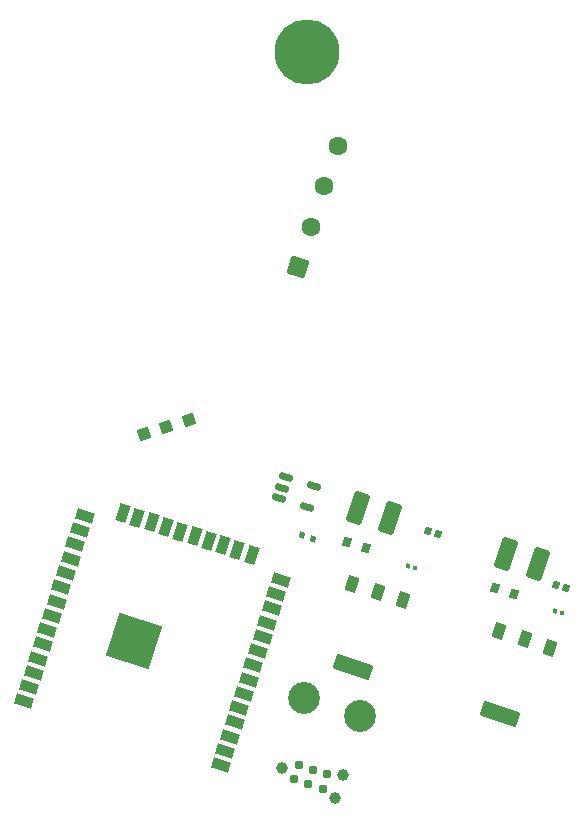
<source format=gbr>
%TF.GenerationSoftware,KiCad,Pcbnew,9.0.0*%
%TF.CreationDate,2025-08-14T13:48:37-07:00*%
%TF.ProjectId,pieceC,70696563-6543-42e6-9b69-6361645f7063,rev?*%
%TF.SameCoordinates,Original*%
%TF.FileFunction,Soldermask,Bot*%
%TF.FilePolarity,Negative*%
%FSLAX46Y46*%
G04 Gerber Fmt 4.6, Leading zero omitted, Abs format (unit mm)*
G04 Created by KiCad (PCBNEW 9.0.0) date 2025-08-14 13:48:37*
%MOMM*%
%LPD*%
G01*
G04 APERTURE LIST*
G04 Aperture macros list*
%AMRoundRect*
0 Rectangle with rounded corners*
0 $1 Rounding radius*
0 $2 $3 $4 $5 $6 $7 $8 $9 X,Y pos of 4 corners*
0 Add a 4 corners polygon primitive as box body*
4,1,4,$2,$3,$4,$5,$6,$7,$8,$9,$2,$3,0*
0 Add four circle primitives for the rounded corners*
1,1,$1+$1,$2,$3*
1,1,$1+$1,$4,$5*
1,1,$1+$1,$6,$7*
1,1,$1+$1,$8,$9*
0 Add four rect primitives between the rounded corners*
20,1,$1+$1,$2,$3,$4,$5,0*
20,1,$1+$1,$4,$5,$6,$7,0*
20,1,$1+$1,$6,$7,$8,$9,0*
20,1,$1+$1,$8,$9,$2,$3,0*%
%AMRotRect*
0 Rectangle, with rotation*
0 The origin of the aperture is its center*
0 $1 length*
0 $2 width*
0 $3 Rotation angle, in degrees counterclockwise*
0 Add horizontal line*
21,1,$1,$2,0,0,$3*%
G04 Aperture macros list end*
%ADD10RoundRect,0.171250X-0.855949X-0.971811X0.121261X-1.289326X0.855949X0.971811X-0.121261X1.289326X0*%
%ADD11C,5.500000*%
%ADD12RoundRect,0.250000X0.353122X-0.693040X0.693040X0.353122X-0.353122X0.693040X-0.693040X-0.353122X0*%
%ADD13C,1.600000*%
%ADD14RoundRect,0.082500X-0.114772X-0.086255X0.042153X-0.137243X0.114772X0.086255X-0.042153X0.137243X0*%
%ADD15RoundRect,0.095000X-0.122797X-0.070504X0.057904X-0.129218X0.122797X0.070504X-0.057904X0.129218X0*%
%ADD16RoundRect,0.069750X-0.556757X-0.434467X0.195053X-0.678745X0.556757X0.434467X-0.195053X0.678745X0*%
%ADD17RoundRect,0.098250X-1.619315X-0.059254X1.275225X-0.999747X1.619315X0.059254X-1.275225X0.999747X0*%
%ADD18RotRect,0.475000X0.500000X342.000000*%
%ADD19RotRect,1.500000X0.900000X342.000000*%
%ADD20RotRect,1.500000X0.900000X252.000000*%
%ADD21C,0.600000*%
%ADD22RotRect,3.800000X3.800000X342.000000*%
%ADD23RotRect,1.000000X1.000000X18.000000*%
%ADD24C,0.991000*%
%ADD25C,0.787000*%
%ADD26RotRect,0.540000X0.600000X342.000000*%
%ADD27C,2.700000*%
%ADD28RotRect,0.655600X0.800000X342.000000*%
%ADD29RoundRect,0.147500X-0.480688X0.001094X0.389528X-0.281656X0.480688X-0.001094X-0.389528X0.281656X0*%
G04 APERTURE END LIST*
D10*
%TO.C,C3*%
X74653806Y-90397322D03*
X77356708Y-91275548D03*
%TD*%
%TO.C,C1*%
X62156642Y-86521143D03*
X64859544Y-87399369D03*
%TD*%
D11*
%TO.C,N2*%
X57801147Y-47930599D03*
%TD*%
D12*
%TO.C,J1*%
X57073800Y-66141600D03*
D13*
X58186261Y-62717797D03*
X59298722Y-59293993D03*
X60411184Y-55870189D03*
%TD*%
D14*
%TO.C,R1*%
X78838462Y-95232556D03*
D15*
X79394830Y-95413331D03*
%TD*%
D16*
%TO.C,U2*%
X74079361Y-96933502D03*
X76257281Y-97641151D03*
X78435200Y-98348800D03*
D17*
X74189957Y-104003719D03*
%TD*%
D18*
%TO.C,R5*%
X57395318Y-88837566D03*
X58369200Y-89154000D03*
%TD*%
D16*
%TO.C,U1*%
X61636804Y-92929583D03*
X63814724Y-93637232D03*
X65992643Y-94344881D03*
D17*
X61747400Y-99999800D03*
%TD*%
D19*
%TO.C,U4*%
X33885813Y-102911772D03*
X34278265Y-101703929D03*
X34670716Y-100496087D03*
X35063168Y-99288245D03*
X35455620Y-98080403D03*
X35848071Y-96872562D03*
X36240523Y-95664720D03*
X36632974Y-94456878D03*
X37025426Y-93249036D03*
X37417878Y-92041195D03*
X37810329Y-90833353D03*
X38202781Y-89625511D03*
X38595232Y-88417669D03*
X38987684Y-87209827D03*
D20*
X42265167Y-86960418D03*
X43473009Y-87352870D03*
X44680850Y-87745322D03*
X45888692Y-88137773D03*
X47096534Y-88530225D03*
X48304376Y-88922676D03*
X49512218Y-89315128D03*
X50720059Y-89707581D03*
X51927901Y-90100031D03*
X53135743Y-90492483D03*
D19*
X55631173Y-92617625D03*
X55238721Y-93825467D03*
X54846270Y-95033308D03*
X54453818Y-96241150D03*
X54061367Y-97448992D03*
X53668915Y-98656834D03*
X53276463Y-99864676D03*
X52884012Y-101072517D03*
X52491560Y-102280359D03*
X52099109Y-103488201D03*
X51706657Y-104696043D03*
X51314205Y-105903884D03*
X50921754Y-107111726D03*
X50529302Y-108319568D03*
D21*
X42051417Y-96711624D03*
X41618793Y-98043103D03*
X42933467Y-96262196D03*
X42500845Y-97593676D03*
X42068221Y-98925155D03*
X43359120Y-97136522D03*
X42926496Y-98468002D03*
D22*
X43166584Y-97809987D03*
D21*
X44264948Y-96694820D03*
X43832324Y-98026299D03*
X43399700Y-99357778D03*
X44714375Y-97576872D03*
X44281751Y-98908351D03*
%TD*%
D23*
%TO.C,TP1*%
X44018200Y-80289400D03*
%TD*%
D24*
%TO.C,J2*%
X55713071Y-108514867D03*
X60858400Y-109118400D03*
X60230477Y-111050947D03*
D25*
X57117139Y-108303398D03*
X56724686Y-109511239D03*
X58324981Y-108695849D03*
X57932529Y-109903691D03*
X59532824Y-109088301D03*
X59140371Y-110296142D03*
%TD*%
D26*
%TO.C,R4*%
X68090268Y-88446975D03*
X68911978Y-88713965D03*
%TD*%
%TO.C,R2*%
X78934289Y-93027210D03*
X79755999Y-93294200D03*
%TD*%
D27*
%TO.C,U5*%
X62306200Y-104140000D03*
X57550918Y-102594916D03*
%TD*%
D23*
%TO.C,TP2*%
X45923200Y-79679800D03*
%TD*%
%TO.C,TP3*%
X47828200Y-79044800D03*
%TD*%
D28*
%TO.C,C2*%
X61240785Y-89439061D03*
X62815355Y-89950669D03*
%TD*%
%TO.C,C4*%
X73760445Y-93284931D03*
X75335015Y-93796539D03*
%TD*%
D29*
%TO.C,U3*%
X55423248Y-85711367D03*
X55716814Y-84807864D03*
X56010380Y-83904360D03*
X58397532Y-84679993D03*
X57810400Y-86487000D03*
%TD*%
D14*
%TO.C,R3*%
X66392462Y-91422556D03*
D15*
X66948830Y-91603331D03*
%TD*%
M02*

</source>
